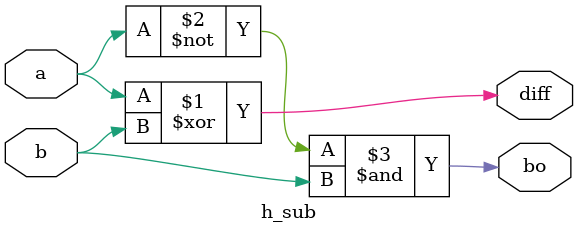
<source format=v>
`timescale 1ns / 1ps



module h_sub(input  a,b,output diff,bo

    );
    assign diff=a^b;
    assign bo=((~a)&b);
endmodule

</source>
